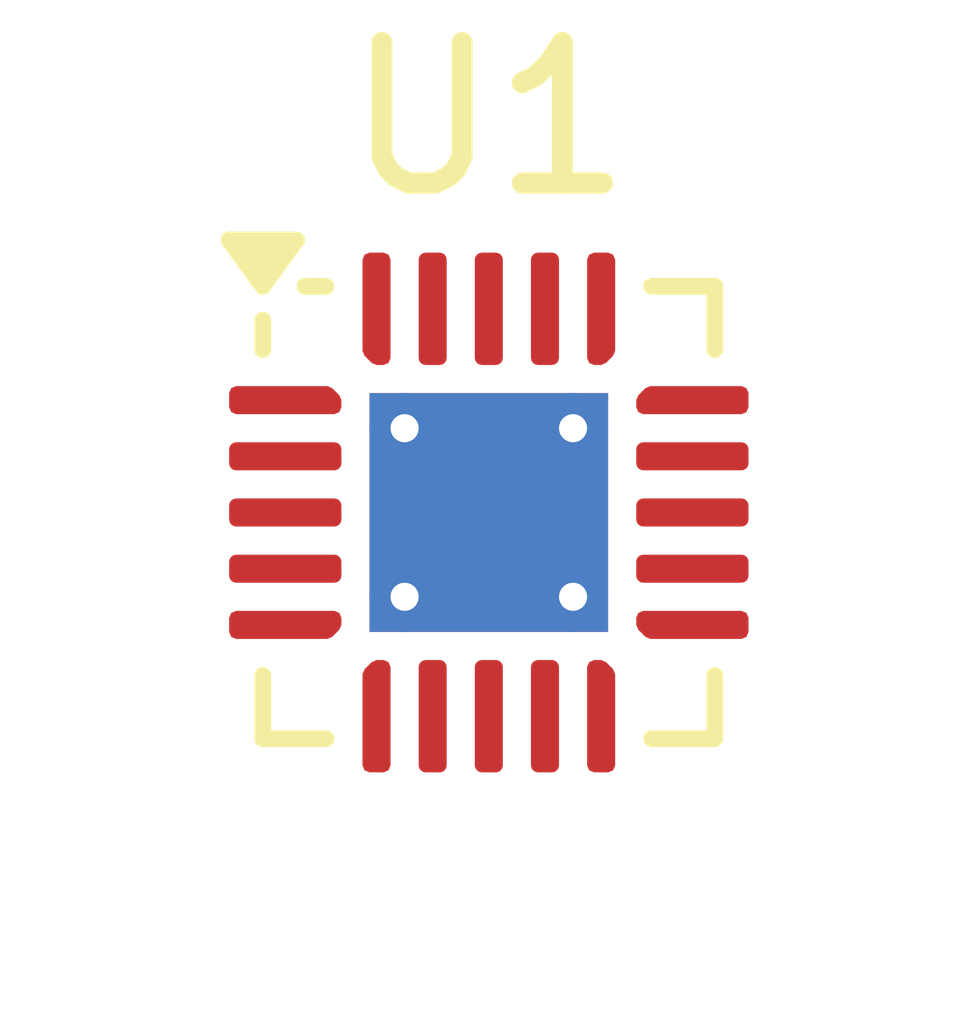
<source format=kicad_pcb>
(kicad_pcb (version 20240108) (generator "pcbnew") (generator_version "8.0")
  (layers (0 "F.Cu" signal) (31 "B.Cu" signal) (34 "B.Paste" user) (35 "F.Paste" user) (36 "B.SilkS" user "B.Silkscreen") (37 "F.SilkS" user "F.Silkscreen") (38 "B.Mask" user) (39 "F.Mask" user) (44 "Edge.Cuts" user))
  (net 0 "")
  (net 4 "Net-(U1-GND-Pad14)")
  (footprint "Package_DFN_QFN:VQFN-20-1EP_3x3mm_P0.4mm_EP1.7x1.7mm_ThermalVias" (layer "F.Cu") (at 52.05 49.7)
    (property "Reference" "U1" (at 0 -2.8 0) (layer "F.SilkS"))
    (property "Value" "TMC2300")
    (fp_line (start -1.61 -1.16) (end -1.61 -1.37) (stroke (width 0.12)) (layer "F.SilkS"))
    (fp_line (start -1.61 1.61) (end -1.61 1.16) (stroke (width 0.12)) (layer "F.SilkS"))
    (fp_line (start -1.16 -1.61) (end -1.31 -1.61) (stroke (width 0.12)) (layer "F.SilkS"))
    (fp_line (start -1.16 1.61) (end -1.61 1.61) (stroke (width 0.12)) (layer "F.SilkS"))
    (fp_line (start 1.16 -1.61) (end 1.61 -1.61) (stroke (width 0.12)) (layer "F.SilkS"))
    (fp_line (start 1.16 1.61) (end 1.61 1.61) (stroke (width 0.12)) (layer "F.SilkS"))
    (fp_line (start 1.61 -1.61) (end 1.61 -1.16) (stroke (width 0.12)) (layer "F.SilkS"))
    (fp_line (start 1.61 1.61) (end 1.61 1.16) (stroke (width 0.12)) (layer "F.SilkS"))
    (fp_poly (pts (xy -1.61 -1.61) (xy -1.85 -1.94) (xy -1.37 -1.94) (xy -1.61 -1.61)) (stroke (width 0.12)) (fill solid) (layer "F.SilkS"))
    (pad "1" smd custom (at -1.45 -0.8) (size 0.143431 0.143431) (layers "F.Cu" "F.Paste" "F.Mask") (options (clearance outline) (anchor circle)) (primitives (gr_poly (pts (xy -0.35 -0.05) (xy 0.299289 -0.05) (xy 0.35 0.000711) (xy 0.35 0.05) (xy -0.35 0.05)) (width 0.1) (fill yes))))
    (pad "2" smd roundrect (at -1.45 -0.4) (size 0.8 0.2) (layers "F.Cu" "F.Paste" "F.Mask"))
    (pad "3" smd roundrect (at -1.45 0) (size 0.8 0.2) (layers "F.Cu" "F.Paste" "F.Mask"))
    (pad "4" smd roundrect (at -1.45 0.4) (size 0.8 0.2) (layers "F.Cu" "F.Paste" "F.Mask"))
    (pad "5" smd custom (at -1.45 0.8) (size 0.143431 0.143431) (layers "F.Cu" "F.Paste" "F.Mask") (options (clearance outline) (anchor circle)) (primitives (gr_poly (pts (xy -0.35 -0.05) (xy 0.35 -0.05) (xy 0.35 -0.000711) (xy 0.299289 0.05) (xy -0.35 0.05)) (width 0.1) (fill yes))))
    (pad "6" smd custom (at -0.8 1.45) (size 0.143431 0.143431) (layers "F.Cu" "F.Paste" "F.Mask") (options (clearance outline) (anchor circle)) (primitives (gr_poly (pts (xy -0.05 -0.299289) (xy 0.000711 -0.35) (xy 0.05 -0.35) (xy 0.05 0.35) (xy -0.05 0.35)) (width 0.1) (fill yes))))
    (pad "7" smd roundrect (at -0.4 1.45) (size 0.2 0.8) (layers "F.Cu" "F.Paste" "F.Mask"))
    (pad "8" smd roundrect (at 0 1.45) (size 0.2 0.8) (layers "F.Cu" "F.Paste" "F.Mask"))
    (pad "9" smd roundrect (at 0.4 1.45) (size 0.2 0.8) (layers "F.Cu" "F.Paste" "F.Mask"))
    (pad "10" smd custom (at 0.8 1.45) (size 0.143431 0.143431) (layers "F.Cu" "F.Paste" "F.Mask") (options (clearance outline) (anchor circle)) (primitives (gr_poly (pts (xy -0.05 -0.35) (xy -0.000711 -0.35) (xy 0.05 -0.299289) (xy 0.05 0.35) (xy -0.05 0.35)) (width 0.1) (fill yes))))
    (pad "11" smd custom (at 1.45 0.8) (size 0.143431 0.143431) (layers "F.Cu" "F.Paste" "F.Mask") (options (clearance outline) (anchor circle)) (primitives (gr_poly (pts (xy -0.35 -0.05) (xy 0.35 -0.05) (xy 0.35 0.05) (xy -0.299289 0.05) (xy -0.35 -0.000711)) (width 0.1) (fill yes))))
    (pad "12" smd roundrect (at 1.45 0.4) (size 0.8 0.2) (layers "F.Cu" "F.Paste" "F.Mask"))
    (pad "13" smd roundrect (at 1.45 0) (size 0.8 0.2) (layers "F.Cu" "F.Paste" "F.Mask"))
    (pad "14" smd roundrect (at 1.45 -0.4) (size 0.8 0.2) (layers "F.Cu" "F.Paste" "F.Mask") (net 4 "Net-(U1-GND-Pad14)"))
    (pad "15" smd custom (at 1.45 -0.8) (size 0.143431 0.143431) (layers "F.Cu" "F.Paste" "F.Mask") (options (clearance outline) (anchor circle)) (primitives (gr_poly (pts (xy -0.35 0.000711) (xy -0.299289 -0.05) (xy 0.35 -0.05) (xy 0.35 0.05) (xy -0.35 0.05)) (width 0.1) (fill yes))))
    (pad "16" smd custom (at 0.8 -1.45) (size 0.143431 0.143431) (layers "F.Cu" "F.Paste" "F.Mask") (options (clearance outline) (anchor circle)) (primitives (gr_poly (pts (xy -0.05 -0.35) (xy 0.05 -0.35) (xy 0.05 0.299289) (xy -0.000711 0.35) (xy -0.05 0.35)) (width 0.1) (fill yes))))
    (pad "17" smd roundrect (at 0.4 -1.45) (size 0.2 0.8) (layers "F.Cu" "F.Paste" "F.Mask"))
    (pad "18" smd roundrect (at 0 -1.45) (size 0.2 0.8) (layers "F.Cu" "F.Paste" "F.Mask"))
    (pad "19" smd roundrect (at -0.4 -1.45) (size 0.2 0.8) (layers "F.Cu" "F.Paste" "F.Mask"))
    (pad "20" smd custom (at -0.8 -1.45) (size 0.143431 0.143431) (layers "F.Cu" "F.Paste" "F.Mask") (options (clearance outline) (anchor circle)) (primitives (gr_poly (pts (xy -0.05 -0.35) (xy 0.05 -0.35) (xy 0.05 0.35) (xy 0.000711 0.35) (xy -0.05 0.299289)) (width 0.1) (fill yes))))
    (pad "21" thru_hole circle (at -0.6 -0.6) (size 0.5 0.5) (drill 0.2) (property pad_prop_heatsink) (layers "*.Cu") (net 4 "Net-(U1-GND-Pad14)"))
    (pad "21" thru_hole circle (at -0.6 0.6) (size 0.5 0.5) (drill 0.2) (property pad_prop_heatsink) (layers "*.Cu") (net 4 "Net-(U1-GND-Pad14)"))
    (pad "21" smd rect (at 0 0) (size 1.7 1.7) (property pad_prop_heatsink) (layers "F.Cu" "F.Mask") (net 4 "Net-(U1-GND-Pad14)"))
    (pad "21" smd rect (at 0 0) (size 1.7 1.7) (property pad_prop_heatsink) (layers "B.Cu") (net 4 "Net-(U1-GND-Pad14)"))
    (pad "21" thru_hole circle (at 0.6 -0.6) (size 0.5 0.5) (drill 0.2) (property pad_prop_heatsink) (layers "*.Cu") (net 4 "Net-(U1-GND-Pad14)"))
    (pad "21" thru_hole circle (at 0.6 0.6) (size 0.5 0.5) (drill 0.2) (property pad_prop_heatsink) (layers "*.Cu") (net 4 "Net-(U1-GND-Pad14)"))
  )
)
</source>
